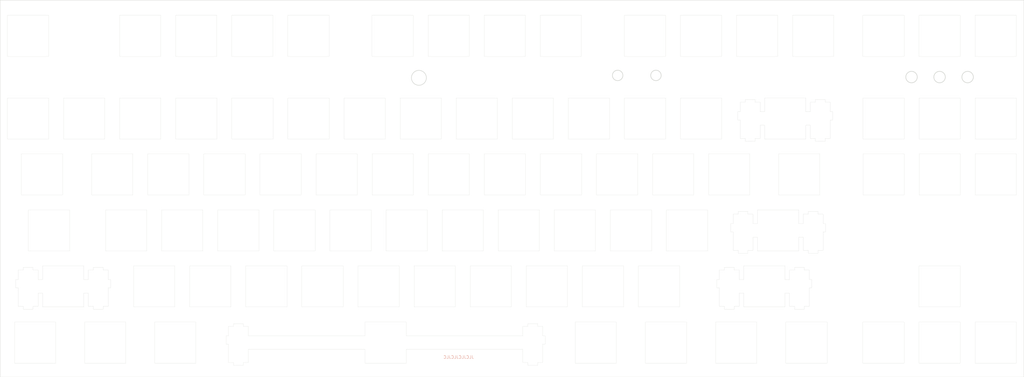
<source format=kicad_pcb>
(kicad_pcb (version 20211014) (generator pcbnew)

  (general
    (thickness 1.6)
  )

  (paper "A3")
  (layers
    (0 "F.Cu" signal)
    (31 "B.Cu" signal)
    (32 "B.Adhes" user "B.Adhesive")
    (33 "F.Adhes" user "F.Adhesive")
    (34 "B.Paste" user)
    (35 "F.Paste" user)
    (36 "B.SilkS" user "B.Silkscreen")
    (37 "F.SilkS" user "F.Silkscreen")
    (38 "B.Mask" user)
    (39 "F.Mask" user)
    (40 "Dwgs.User" user "User.Drawings")
    (41 "Cmts.User" user "User.Comments")
    (42 "Eco1.User" user "User.Eco1")
    (43 "Eco2.User" user "User.Eco2")
    (44 "Edge.Cuts" user)
    (45 "Margin" user)
    (46 "B.CrtYd" user "B.Courtyard")
    (47 "F.CrtYd" user "F.Courtyard")
  )

  (setup
    (stackup
      (layer "F.SilkS" (type "Top Silk Screen"))
      (layer "F.Paste" (type "Top Solder Paste"))
      (layer "F.Mask" (type "Top Solder Mask") (color "Black") (thickness 0.01))
      (layer "F.Cu" (type "copper") (thickness 0.035))
      (layer "dielectric 1" (type "core") (thickness 1.51) (material "FR4") (epsilon_r 4.5) (loss_tangent 0.02))
      (layer "B.Cu" (type "copper") (thickness 0.035))
      (layer "B.Mask" (type "Bottom Solder Mask") (color "Black") (thickness 0.01))
      (layer "B.Paste" (type "Bottom Solder Paste"))
      (layer "B.SilkS" (type "Bottom Silk Screen"))
      (copper_finish "None")
      (dielectric_constraints no)
    )
    (pad_to_mask_clearance 0)
    (pcbplotparams
      (layerselection 0x00010fc_ffffffff)
      (disableapertmacros false)
      (usegerberextensions false)
      (usegerberattributes true)
      (usegerberadvancedattributes true)
      (creategerberjobfile true)
      (svguseinch false)
      (svgprecision 6)
      (excludeedgelayer true)
      (plotframeref false)
      (viasonmask false)
      (mode 1)
      (useauxorigin false)
      (hpglpennumber 1)
      (hpglpenspeed 20)
      (hpglpendiameter 15.000000)
      (dxfpolygonmode true)
      (dxfimperialunits true)
      (dxfusepcbnewfont true)
      (psnegative false)
      (psa4output false)
      (plotreference true)
      (plotvalue true)
      (plotinvisibletext false)
      (sketchpadsonfab false)
      (subtractmaskfromsilk true)
      (outputformat 1)
      (mirror false)
      (drillshape 0)
      (scaleselection 1)
      (outputdirectory "plate-gerbers")
    )
  )

  (net 0 "")

  (gr_line (start 62.32008 116.8951) (end 65.6206 116.8951) (layer "Edge.Cuts") (width 0.05253) (tstamp 038b2c2e-79a5-4496-aab2-6891354d12ef))
  (gr_line (start 168.59058 149.48014) (end 154.58989 149.48014) (layer "Edge.Cuts") (width 0.0508) (tstamp 03ac3619-97d9-4bfe-931b-60c2579e8334))
  (gr_line (start 303.4438 111.09475) (end 303.4438 106.62411) (layer "Edge.Cuts") (width 0.05253) (tstamp 0461cd39-c5aa-4f79-a497-b1508562c9fb))
  (gr_line (start 114.96664 136.94971) (end 114.96664 140.18021) (layer "Edge.Cuts") (width 0.0508) (tstamp 0563f02e-0233-4867-ba4d-8e142ad75e9c))
  (gr_line (start 38.5096 131.10077) (end 38.5096 130.11935) (layer "Edge.Cuts") (width 0.05253) (tstamp 07a6efca-23e0-47b3-adf8-f989c7c4ddd0))
  (gr_line (start 213.23978 150.23154) (end 209.93884 150.23154) (layer "Edge.Cuts") (width 0.0508) (tstamp 07ac911f-727f-4870-a72f-f7ca08e0cd54))
  (gr_rect (start 109.3597 59.2582) (end 123.3551 73.2536) (layer "Edge.Cuts") (width 0.0508) (fill none) (tstamp 08cd8daf-4865-499b-9b6b-3e01e7ebbca4))
  (gr_line (start 276.6854 117.81616) (end 276.6854 116.8951) (layer "Edge.Cuts") (width 0.05253) (tstamp 09cd90fd-5dd6-4b29-8735-ee48adf89e24))
  (gr_line (start 284.66111 111.09475) (end 284.66111 112.07617) (layer "Edge.Cuts") (width 0.05253) (tstamp 0a4ab210-fa9a-4244-8e65-690a37466cc2))
  (gr_line (start 67.34628 123.84733) (end 67.34628 130.11935) (layer "Edge.Cuts") (width 0.05253) (tstamp 0a6610e2-ff4d-43d5-bbdd-2bb7b28dca57))
  (gr_line (start 108.21566 136.94971) (end 109.94071 136.94971) (layer "Edge.Cuts") (width 0.0508) (tstamp 0c445807-4602-49bf-b664-93e00d2edec0))
  (gr_rect (start 214.1093 31.1404) (end 228.1047 45.1358) (layer "Edge.Cuts") (width 0.0508) (fill none) (tstamp 0c542d90-1884-4ff8-96dd-0b8699187698))
  (gr_line (start 304.32961 63.94813) (end 305.8568 63.94813) (layer "Edge.Cuts") (width 0.05253) (tstamp 0ebdd064-1e85-46c5-8c7e-0cfc63f5c705))
  (gr_line (start 43.53738 125.64872) (end 43.53738 130.11935) (layer "Edge.Cuts") (width 0.05253) (tstamp 1080a9ba-b7db-403f-a96d-c2401d28a5ad))
  (gr_line (start 311.02145 104.82273) (end 310.19568 104.82273) (layer "Edge.Cuts") (width 0.05253) (tstamp 10b2a03c-fd97-4e0a-88e6-06a31a99d6b8))
  (gr_line (start 287.91317 111.32476) (end 287.91317 106.62412) (layer "Edge.Cuts") (width 0.05253) (tstamp 10cd124c-7fba-4f6f-83e2-564218564538))
  (gr_line (start 65.6206 116.8951) (end 65.6206 117.81615) (layer "Edge.Cuts") (width 0.05253) (tstamp 130deca4-22a5-477f-8045-67faed82fe72))
  (gr_line (start 288.79978 68.54952) (end 288.79978 73.02015) (layer "Edge.Cuts") (width 0.05253) (tstamp 1477b812-bec3-43aa-9f27-6d352003b7f0))
  (gr_line (start 113.24133 150.23154) (end 109.94071 150.23154) (layer "Edge.Cuts") (width 0.0508) (tstamp 14c48483-0e62-4458-a40a-cd11c3a7723b))
  (gr_rect (start 225.9457 135.4836) (end 239.9411 149.479) (layer "Edge.Cuts") (width 0.0508) (fill none) (tstamp 16fafcd1-ab9f-4633-8e6b-11933165b868))
  (gr_line (start 310.19568 111.09475) (end 308.47 111.09475) (layer "Edge.Cuts") (width 0.05253) (tstamp 182d5f4b-51c8-49db-b763-662c00c45dbe))
  (gr_line (start 303.7964 116.8951) (end 303.7964 117.81615) (layer "Edge.Cuts") (width 0.05253) (tstamp 191d7e33-db90-45bb-b8ef-6d35b831c313))
  (gr_line (start 274.96183 123.84734) (end 274.13553 123.84734) (layer "Edge.Cuts") (width 0.05253) (tstamp 19a423d5-f00e-4941-b1b6-bc082ad13528))
  (gr_line (start 305.52208 117.81615) (end 305.52208 121.04732) (layer "Edge.Cuts") (width 0.05253) (tstamp 19b957d7-69d6-4009-a479-3cd42dff2326))
  (gr_line (start 215.7887 142.97945) (end 214.9648 142.97945) (layer "Edge.Cuts") (width 0.0508) (tstamp 1a382d01-fcc1-4d8c-8e9b-2e32f5d9806b))
  (gr_line (start 38.5096 130.11935) (end 36.78603 130.11935) (layer "Edge.Cuts") (width 0.05253) (tstamp 1b6562dd-3b40-4077-8dc7-f8af4d54bf02))
  (gr_line (start 305.8568 60.71696) (end 307.58248 60.71696) (layer "Edge.Cuts") (width 0.05253) (tstamp 1b751c58-9e4a-4ac7-8a0a-e5e47d367466))
  (gr_line (start 298.7702 117.81616) (end 300.49588 117.81616) (layer "Edge.Cuts") (width 0.05253) (tstamp 1e9488c0-355e-44b0-9af1-c7a5dcf9c3c8))
  (gr_line (start 114.96664 140.18021) (end 154.58989 140.18021) (layer "Edge.Cuts") (width 0.0508) (tstamp 1f6ec365-c3a7-46c0-a1a6-2879eaa75be1))
  (gr_line (start 290.32617 68.54952) (end 288.79978 68.54952) (layer "Edge.Cuts") (width 0.05253) (tstamp 201a30cc-d128-4b5f-8405-b58e8fe0715a))
  (gr_rect (start 228.4095 116.3574) (end 242.4049 130.3528) (layer "Edge.Cuts") (width 0.0508) (fill none) (tstamp 20fb2bf3-bfb2-4d73-b4d8-2a31168c02e7))
  (gr_line (start 281.71318 117.81616) (end 281.71318 121.04733) (layer "Edge.Cuts") (width 0.05253) (tstamp 21f124f5-7300-4f9e-ac6d-ea1b96ffbe9d))
  (gr_rect (start 295.0845 78.2574) (end 309.0799 92.2528) (layer "Edge.Cuts") (width 0.0508) (fill none) (tstamp 23d8cd11-d458-4da2-a269-8dab09832f31))
  (gr_line (start 300.49588 131.10076) (end 300.49588 130.11935) (layer "Edge.Cuts") (width 0.05253) (tstamp 244f4b2f-dece-473e-b2fb-7858c038ae4a))
  (gr_line (start 297.24301 121.04733) (end 298.7702 121.04733) (layer "Edge.Cuts") (width 0.05253) (tstamp 24d638fc-5e48-404a-9504-661260232cfd))
  (gr_rect (start 195.1101 78.2574) (end 209.1055 92.2528) (layer "Edge.Cuts") (width 0.0508) (fill none) (tstamp 2503108e-b5de-46d5-898d-15a6e194db79))
  (gr_line (start 281.359 111.09475) (end 279.63543 111.09475) (layer "Edge.Cuts") (width 0.05253) (tstamp 269c57da-3323-4341-a483-60b0c1d83958))
  (gr_line (start 304.32961 68.54951) (end 304.32961 73.25016) (layer "Edge.Cuts") (width 0.05253) (tstamp 2866cb68-345e-4fd5-8db6-f91b7eb2ddca))
  (gr_line (start 282.04843 66.74814) (end 281.22213 66.74814) (layer "Edge.Cuts") (width 0.05253) (tstamp 287e92aa-7a41-4b9c-8ea0-8c52cd5b72a6))
  (gr_rect (start 33.1343 31.1404) (end 47.1297 45.1358) (layer "Edge.Cuts") (width 0.0508) (fill none) (tstamp 28f0ffdc-eb0c-489e-a2c0-97e7feeb2b32))
  (gr_line (start 297.24301 130.34936) (end 283.23957 130.34936) (layer "Edge.Cuts") (width 0.05253) (tstamp 29665b51-9776-4ffa-bb33-2d2fda74c0e2))
  (gr_line (start 208.21383 144.78123) (end 168.59058 144.78123) (layer "Edge.Cuts") (width 0.0508) (tstamp 2971fb20-c57a-4bbd-baa4-79344864d12c))
  (gr_line (start 303.4438 106.62411) (end 301.91661 106.62411) (layer "Edge.Cuts") (width 0.05253) (tstamp 29a0d506-2194-471e-a174-7bd04de51ae5))
  (gr_line (start 279.98751 117.81616) (end 281.71318 117.81616) (layer "Edge.Cuts") (width 0.05253) (tstamp 29c7a10d-2adc-4858-8cc4-457ef746efdd))
  (gr_line (start 287.91317 97.3205) (end 301.91661 97.3205) (layer "Edge.Cuts") (width 0.05253) (tstamp 29de086b-0ba0-413c-bd2f-348df916a200))
  (gr_line (start 278.80913 104.82274) (end 278.80913 102.02273) (layer "Edge.Cuts") (width 0.05253) (tstamp 2a3af003-3ca2-47b5-9195-c717886f2545))
  (gr_line (start 43.53738 117.81616) (end 43.53738 121.04733) (layer "Edge.Cuts") (width 0.05253) (tstamp 2b274933-8e15-458b-84ec-fcc69bdbd566))
  (gr_line (start 109.94071 136.03162) (end 113.24133 136.03162) (layer "Edge.Cuts") (width 0.0508) (tstamp 2c1bf491-afb6-4745-8164-bceb42c5991e))
  (gr_line (start 310.883 59.7959) (end 310.883 60.71695) (layer "Edge.Cuts") (width 0.05253) (tstamp 2d089dd4-b47f-43ed-baf8-0c2c4984bebe))
  (gr_line (start 310.883 60.71695) (end 312.60868 60.71695) (layer "Edge.Cuts") (width 0.05253) (tstamp 2da924c6-3112-457a-8fa2-d5a2ee204a29))
  (gr_line (start 278.80913 102.02273) (end 279.63543 102.02273) (layer "Edge.Cuts") (width 0.05253) (tstamp 2dd2df03-31d0-4fbb-b735-a92f58b50349))
  (gr_line (start 300.49588 117.81616) (end 300.49588 116.8951) (layer "Edge.Cuts") (width 0.05253) (tstamp 2de2797c-e3f7-48a1-afd9-52a8652841fd))
  (gr_line (start 62.32008 130.11935) (end 60.5944 130.11935) (layer "Edge.Cuts") (width 0.05253) (tstamp 302200b9-a6cc-47ea-b597-2f9503e402a1))
  (gr_line (start 114.96664 149.24996) (end 113.24133 149.24996) (layer "Edge.Cuts") (width 0.0508) (tstamp 302eb00d-afc0-42bb-8a31-bf09a8fbc9fc))
  (gr_line (start 312.60868 66.74813) (end 312.60868 73.02015) (layer "Edge.Cuts") (width 0.05253) (tstamp 32255c27-afe3-4608-b73a-1e4abff1ebac))
  (gr_rect (start 247.4595 116.3574) (end 261.4549 130.3528) (layer "Edge.Cuts") (width 0.0508) (fill none) (tstamp 32b18b29-4d68-4ae8-bc76-b1f254e3e8a0))
  (gr_line (start 274.96183 121.04733) (end 274.96183 117.81616) (layer "Edge.Cuts") (width 0.05253) (tstamp 33157be5-b25b-4bce-ad60-8aa4de86a435))
  (gr_rect (start 66.4845 97.3328) (end 80.4799 111.3282) (layer "Edge.Cuts") (width 0.0508) (fill none) (tstamp 33a857ae-df90-4907-a341-a0a1ba5edc87))
  (gr_rect (start 323.7103 135.4836) (end 337.7057 149.479) (layer "Edge.Cuts") (width 0.0508) (fill none) (tstamp 35914bf6-8bfa-478b-9bb9-f81548f42d07))
  (gr_rect (start 161.7345 97.3328) (end 175.7299 111.3282) (layer "Edge.Cuts") (width 0.0508) (fill none) (tstamp 37932866-3389-460b-a1bc-fc0b0e111c69))
  (gr_line (start 36.78603 123.84734) (end 35.95973 123.84734) (layer "Edge.Cuts") (width 0.05253) (tstamp 3927fb33-4369-42cc-9339-e72513828e4c))
  (gr_line (start 301.91661 111.32476) (end 287.91317 111.32476) (layer "Edge.Cuts") (width 0.05253) (tstamp 39b29ca5-db11-4b86-9b41-9aaf4fd7abd5))
  (gr_line (start 287.07411 74.00157) (end 283.772 74.00157) (layer "Edge.Cuts") (width 0.05253) (tstamp 3bb3df81-6041-45e9-aed7-9c015321905d))
  (gr_line (start 35.95973 123.84734) (end 35.95973 121.04733) (layer "Edge.Cuts") (width 0.05253) (tstamp 3c91236f-b255-4169-98c5-96eec75c6efa))
  (gr_line (start 312.60868 63.94812) (end 313.43445 63.94812) (layer "Edge.Cuts") (width 0.05253) (tstamp 3e4605a9-9d09-44f2-bce9-01303b2e95ab))
  (gr_rect (start 157.0101 78.2574) (end 171.0055 92.2528) (layer "Edge.Cuts") (width 0.0508) (fill none) (tstamp 3f3dfcb0-93da-454c-8c95-572de3fc9356))
  (gr_line (start 279.63543 98.79156) (end 281.359 98.79156) (layer "Edge.Cuts") (width 0.05253) (tstamp 401653fd-b1af-4af0-838b-f67c60ace5d9))
  (gr_line (start 108.21566 149.24996) (end 108.21566 142.97945) (layer "Edge.Cuts") (width 0.0508) (tstamp 414bd8e4-4c5b-480f-b8db-3f5d354bd0c4))
  (gr_rect (start 137.9601 78.2574) (end 151.9555 92.2528) (layer "Edge.Cuts") (width 0.0508) (fill none) (tstamp 4397e147-4dd9-4289-a078-727b47787f4d))
  (gr_line (start 107.3915 140.18021) (end 108.21566 140.18021) (layer "Edge.Cuts") (width 0.0508) (tstamp 43d63e5b-79e1-43ab-9bf2-a2c334c88653))
  (gr_line (start 305.16948 97.8705) (end 308.47 97.8705) (layer "Edge.Cuts") (width 0.05253) (tstamp 467e11a6-92d7-4628-a915-6e6be0c29157))
  (gr_line (start 308.47 111.09475) (end 308.47 112.07616) (layer "Edge.Cuts") (width 0.05253) (tstamp 46bd4ced-41e0-4ec7-bb55-1575953d7394))
  (gr_rect (start 204.6097 59.2582) (end 218.6051 73.2536) (layer "Edge.Cuts") (width 0.0508) (fill none) (tstamp 49d06449-d2da-49ce-a231-f73b3bf8f8a4))
  (gr_rect (start 218.8845 97.3328) (end 232.8799 111.3282) (layer "Edge.Cuts") (width 0.0508) (fill none) (tstamp 4b5ca51a-e5f2-4da2-994a-16fbda0eabac))
  (gr_line (start 308.47 112.07616) (end 305.16948 112.07616) (layer "Edge.Cuts") (width 0.05253) (tstamp 4c4eff94-bdd7-42f1-91d6-b3c52b58300f))
  (gr_line (start 305.52208 123.84733) (end 305.52208 130.11935) (layer "Edge.Cuts") (width 0.05253) (tstamp 4da84efd-58cc-40cd-b495-0b24cefcd29a))
  (gr_rect (start 99.8601 78.2574) (end 113.8555 92.2528) (layer "Edge.Cuts") (width 0.0508) (fill none) (tstamp 4ffc5129-6a1f-4507-853c-4003c9103ae6))
  (gr_line (start 68.17205 123.84733) (end 67.34628 123.84733) (layer "Edge.Cuts") (width 0.05253) (tstamp 50650fc5-f03d-4d4b-9065-bdb4bd723e92))
  (gr_rect (start 273.6723 135.4836) (end 287.6677 149.479) (layer "Edge.Cuts") (width 0.0508) (fill none) (tstamp 50a4b584-b974-4562-8014-7bfa53cf74ea))
  (gr_line (start 283.23957 130.34936) (end 283.23957 125.64872) (layer "Edge.Cuts") (width 0.05253) (tstamp 5219f17c-7442-4747-a5a6-ea7bb2d83cfa))
  (gr_rect (start 176.0601 78.2574) (end 190.0555 92.2528) (layer "Edge.Cuts") (width 0.0508) (fill none) (tstamp 5224b09d-ac64-40a4-8f59-e71e17843157))
  (gr_line (start 287.91317 106.62412) (end 286.38678 106.62412) (layer "Edge.Cuts") (width 0.05253) (tstamp 53968736-064c-4614-8451-f30774c67be2))
  (gr_rect (start 85.5345 97.3328) (end 99.5299 111.3282) (layer "Edge.Cuts") (width 0.0508) (fill none) (tstamp 53bf187d-d53f-4957-a9b3-615b9702bb69))
  (gr_rect (start 361.8357 59.2582) (end 375.8311 73.2536) (layer "Edge.Cuts") (width 0.0508) (fill none) (tstamp 55a7c34c-1d8a-4805-8fc0-49381a2dc7fe))
  (gr_rect (start 166.5097 59.2582) (end 180.5051 73.2536) (layer "Edge.Cuts") (width 0.0508) (fill none) (tstamp 56b9088a-a037-4795-a44c-ceb16b87f973))
  (gr_line (start 281.71318 130.11935) (end 279.98751 130.11935) (layer "Edge.Cuts") (width 0.05253) (tstamp 57727c96-01bb-401f-bcba-fcde7c1c2651))
  (gr_rect (start 128.4097 59.2582) (end 142.4051 73.2536) (layer "Edge.Cuts") (width 0.0508) (fill none) (tstamp 579c3c82-cfaf-4953-8367-e2d99e153e83))
  (gr_rect (start 323.7103 31.1404) (end 337.7057 45.1358) (layer "Edge.Cuts") (width 0.0508) (fill none) (tstamp 5805a3d4-cd77-498d-b704-4041fc797fff))
  (gr_circle (center 253.4158 51.6001) (end 255.1938 51.6001) (layer "Edge.Cuts") (width 0.2) (fill none) (tstamp 5853b708-f87a-4155-b5e0-c0cb7f3dfe24))
  (gr_line (start 305.8568 73.02015) (end 305.8568 68.54951) (layer "Edge.Cuts") (width 0.05253) (tstamp 586aee13-f733-4920-9e13-93c16d6cd2d8))
  (gr_line (start 300.49588 130.11935) (end 298.7702 130.11935) (layer "Edge.Cuts") (width 0.05253) (tstamp 58d9a8eb-3836-4124-98ab-6ea7cf54e756))
  (gr_line (start 279.63543 104.82274) (end 278.80913 104.82274) (layer "Edge.Cuts") (width 0.05253) (tstamp 5970b88f-fe5f-490c-8931-e2938f1fcb0a))
  (gr_line (start 109.94071 150.23154) (end 109.94071 149.24996) (layer "Edge.Cuts") (width 0.0508) (tstamp 5af28111-406b-4c4c-aa66-d5ce624d6463))
  (gr_line (start 41.81171 131.10077) (end 38.5096 131.10077) (layer "Edge.Cuts") (width 0.05253) (tstamp 5b1d171f-ec4f-4521-8e34-61d43ce7d694))
  (gr_line (start 283.772 74.00157) (end 283.772 73.02015) (layer "Edge.Cuts") (width 0.05253) (tstamp 5ba4eab1-b307-4f34-8166-7bc913995d45))
  (gr_line (start 279.98751 130.11935) (end 279.98751 131.10077) (layer "Edge.Cuts") (width 0.05253) (tstamp 5e2cd484-3518-444e-84a3-ff05693af9b9))
  (gr_rect (start 176.0093 31.1404) (end 190.0047 45.1358) (layer "Edge.Cuts") (width 0.0508) (fill none) (tstamp 5f999bfd-33fe-4913-b820-f4d32c5b15a2))
  (gr_line (start 284.66111 112.07617) (end 281.359 112.07617) (layer "Edge.Cuts") (width 0.05253) (tstamp 60b58b50-f9c6-4054-847f-59c70d394b14))
  (gr_line (start 215.7887 140.18021) (end 215.7887 142.97945) (layer "Edge.Cuts") (width 0.0508) (tstamp 614369eb-ba82-4fe8-8db6-6b64be7e6ccf))
  (gr_line (start 209.93884 136.03162) (end 213.23978 136.03162) (layer "Edge.Cuts") (width 0.0508) (tstamp 616bfc31-3e96-4fc0-9f70-7efa50ac9a5a))
  (gr_line (start 214.9648 140.18021) (end 215.7887 140.18021) (layer "Edge.Cuts") (width 0.0508) (tstamp 61eb297c-9197-424c-a811-9c8ac3b7ef01))
  (gr_line (start 38.5096 117.81616) (end 38.5096 116.8951) (layer "Edge.Cuts") (width 0.05253) (tstamp 6218f2c4-030e-477c-841d-97a26157a28b))
  (gr_line (start 301.91661 102.02273) (end 303.4438 102.02273) (layer "Edge.Cuts") (width 0.05253) (tstamp 6418594c-d6a2-41c0-b94e-b088f639fb40))
  (gr_line (start 303.4438 98.79156) (end 305.16948 98.79156) (layer "Edge.Cuts") (width 0.05253) (tstamp 655310f0-2da8-49a8-a1d6-74fdfa03e5ed))
  (gr_line (start 45.06377 116.3451) (end 59.06721 116.3451) (layer "Edge.Cuts") (width 0.05253) (tstamp 6585b04b-4d86-4ee0-a3b0-51f388b736f8))
  (gr_rect (start 152.2095 116.3574) (end 166.2049 130.3528) (layer "Edge.Cuts") (width 0.0508) (fill none) (tstamp 65a109c3-c884-48a6-8f7a-0d5872126323))
  (gr_line (start 67.34628 121.04732) (end 68.17205 121.04732) (layer "Edge.Cuts") (width 0.05253) (tstamp 65fa6806-5cf9-41b7-8ba1-8c9d7577ac8a))
  (gr_line (start 59.06721 125.64871) (end 59.06721 130.34936) (layer "Edge.Cuts") (width 0.05253) (tstamp 6601e24f-08c2-43af-804d-7dada2018be0))
  (gr_line (start 281.359 112.07617) (end 281.359 111.09475) (layer "Edge.Cuts") (width 0.05253) (tstamp 66042faf-7805-4de5-beb1-7c6fb01e738e))
  (gr_line (start 313.43445 66.74813) (end 312.60868 66.74813) (layer "Edge.Cuts") (width 0.05253) (tstamp 66698c15-0d76-4c55-9f58-b7d5e76a7dd4))
  (gr_circle (center 240.411 51.6001) (end 242.189 51.6001) (layer "Edge.Cuts") (width 0.2) (fill none) (tstamp 6857b5bc-368d-4763-90f5-4015b6bfaf26))
  (gr_rect (start 190.3095 116.3574) (end 204.3049 130.3528) (layer "Edge.Cuts") (width 0.0508) (fill none) (tstamp 6922e343-d02e-4cb3-89ed-2308d57ccbf9))
  (gr_line (start 307.58248 59.7959) (end 310.883 59.7959) (layer "Edge.Cuts") (width 0.05253) (tstamp 6ac357fe-ad72-4c6a-984a-ea22cd448f87))
  (gr_line (start 154.58989 149.48014) (end 154.58989 144.78123) (layer "Edge.Cuts") (width 0.0508) (tstamp 6bbc8099-377c-4934-9dff-1bf496fddba5))
  (gr_rect (start 323.7357 59.2582) (end 337.7311 73.2536) (layer "Edge.Cuts") (width 0.0508) (fill none) (tstamp 6bf315a4-b988-4436-86e0-a48c0922513d))
  (gr_line (start 288.79978 73.02015) (end 287.07411 73.02015) (layer "Edge.Cuts") (width 0.05253) (tstamp 6d0e0d64-a66b-48fe-b17e-18a13696f046))
  (gr_line (start 281.22213 66.74814) (end 281.22213 63.94813) (layer "Edge.Cuts") (width 0.05253) (tstamp 6d424e72-8102-4f48-9c75-ee973aba053a))
  (gr_line (start 45.06377 121.04733) (end 45.06377 116.3451) (layer "Edge.Cuts") (width 0.05253) (tstamp 6dfa806e-9879-4717-8d49-3ab581eb8851))
  (gr_rect (start 123.6345 97.3328) (end 137.6299 111.3282) (layer "Edge.Cuts") (width 0.0508) (fill none) (tstamp 6f3f131b-37b3-4eb6-86b1-bb43b9bca8bb))
  (gr_line (start 59.06721 121.04733) (end 60.5944 121.04733) (layer "Edge.Cuts") (width 0.05253) (tstamp 70f83c8b-b883-47ef-a5d9-bd57c0fc4999))
  (gr_line (start 68.17205 121.04732) (end 68.17205 123.84733) (layer "Edge.Cuts") (width 0.05253) (tstamp 71ba972b-3985-494c-9f9a-0fa0ceaa3b7d))
  (gr_line (start 41.81171 117.81616) (end 43.53738 117.81616) (layer "Edge.Cuts") (width 0.05253) (tstamp 73a2e4c3-c330-4ec6-a421-62608fe6729a))
  (gr_line (start 113.24133 149.24996) (end 113.24133 150.23154) (layer "Edge.Cuts") (width 0.0508) (tstamp 762ae213-86fe-41de-9162-474c0ead5c94))
  (gr_line (start 62.32008 131.10076) (end 62.32008 130.11935) (layer "Edge.Cuts") (width 0.05253) (tstamp 788846e2-80b6-4824-bd23-fb5c4a1b8981))
  (gr_rect (start 61.7601 78.2574) (end 75.7555 92.2528) (layer "Edge.Cuts") (width 0.0508) (fill none) (tstamp 795b34d1-cf51-4ee9-8637-70f81511de2c))
  (gr_line (start 276.6854 130.11935) (end 274.96183 130.11935) (layer "Edge.Cuts") (width 0.05253) (tstamp 796bd625-10fc-4e92-b867-d302be7f066e))
  (gr_line (start 306.34785 123.84733) (end 305.52208 123.84733) (layer "Edge.Cuts") (width 0.05253) (tstamp 7a0431d4-7b25-43de-bd3e-ce1c9d55f49d))
  (gr_line (start 65.6206 131.10076) (end 62.32008 131.10076) (layer "Edge.Cuts") (width 0.05253) (tstamp 7a8418ae-2bdf-428f-ad3e-69685602dd6e))
  (gr_line (start 310.19568 102.02272) (end 311.02145 102.02272) (layer "Edge.Cuts") (width 0.05253) (tstamp 7ac40aff-cbef-413f-b52c-c6a20977b469))
  (gr_line (start 300.49588 116.8951) (end 303.7964 116.8951) (layer "Edge.Cuts") (width 0.05253) (tstamp 7c475c19-b51b-4785-94af-a471c283b5cd))
  (gr_line (start 168.59058 140.18021) (end 208.21382 140.18021) (layer "Edge.Cuts") (width 0.0508) (tstamp 7cb65c28-1fb5-45dc-adc0-7453381ed922))
  (gr_line (start 283.772 60.71696) (end 283.772 59.7959) (layer "Edge.Cuts") (width 0.05253) (tstamp 7d018dd6-adaf-4fe0-8a19-402ac07f9992))
  (gr_line (start 307.58248 73.02015) (end 305.8568 73.02015) (layer "Edge.Cuts") (width 0.05253) (tstamp 7d6d07ba-513f-4340-b6a6-2b0e2cf39129))
  (gr_line (start 282.04843 60.71696) (end 283.772 60.71696) (layer "Edge.Cuts") (width 0.05253) (tstamp 7d9e8e2a-e7e3-4e3a-a6a7-947841fd9300))
  (gr_line (start 107.3915 142.97945) (end 107.3915 140.18021) (layer "Edge.Cuts") (width 0.0508) (tstamp 8091c5ed-376b-491a-8b82-a8fb57afff67))
  (gr_rect (start 59.3725 135.4836) (end 73.3679 149.479) (layer "Edge.Cuts") (width 0.0508) (fill none) (tstamp 80a5a623-c8e6-4ae7-aff0-dcd39779701f))
  (gr_circle (center 340.233 52.1589) (end 342.18287 52.1589) (layer "Edge.Cuts") (width 0.2) (fill none) (tstamp 80ae5f7b-0a21-450f-a0c6-6064e65e03f2))
  (gr_line (start 297.24301 125.64871) (end 297.24301 130.34936) (layer "Edge.Cuts") (width 0.05253) (tstamp 81eb4a39-a6f0-45e1-a635-354e9258e4a8))
  (gr_rect (start 104.5845 97.3328) (end 118.5799 111.3282) (layer "Edge.Cuts") (width 0.0508) (fill none) (tstamp 82274377-8122-4bbd-a5fd-dbec9529809b))
  (gr_line (start 312.60868 60.71695) (end 312.60868 63.94812) (layer "Edge.Cuts") (width 0.05253) (tstamp 854ed206-1522-4723-b220-70bb22781569))
  (gr_rect (start 280.7843 31.1404) (end 294.7797 45.1358) (layer "Edge.Cuts") (width 0.0508) (fill none) (tstamp 857b2bca-cff7-490e-afce-4a9c1709015c))
  (gr_line (start 59.06721 130.34936) (end 45.06377 130.34936) (layer "Edge.Cuts") (width 0.05253) (tstamp 8629d429-5c72-486f-8e79-dffeac4defcc))
  (gr_line (start 274.13553 123.84734) (end 274.13553 121.04733) (layer "Edge.Cuts") (width 0.05253) (tstamp 864a2ede-9d8d-4a48-aa70-bfa7013e75c8))
  (gr_line (start 305.8568 68.54951) (end 304.32961 68.54951) (layer "Edge.Cuts") (width 0.05253) (tstamp 865a2277-a3dd-4648-928d-e41e390c65c4))
  (gr_rect (start 252.2601 78.2574) (end 266.2555 92.2528) (layer "Edge.Cuts") (width 0.0508) (fill none) (tstamp 875f46d2-1401-4e36-a604-73b4b98ad05c))
  (gr_rect (start 71.2597 59.2582) (end 85.2551 73.2536) (layer "Edge.Cuts") (width 0.0508) (fill none) (tstamp 87e7442e-8280-4eef-93da-e626cf3eaee9))
  (gr_rect (start 114.1095 116.3574) (end 128.1049 130.3528) (layer "Edge.Cuts") (width 0.0508) (fill none) (tstamp 883de846-23b4-40d1-93fd-ba88c69dfcca))
  (gr_line (start 310.883 73.02015) (end 310.883 74.00156) (layer "Edge.Cuts") (width 0.05253) (tstamp 896f6901-0381-4862-bf5d-7f594fcc4452))
  (gr_line (start 109.94071 136.94971) (end 109.94071 136.03162) (layer "Edge.Cuts") (width 0.0508) (tstamp 8ae2f15c-9228-4e52-a6e9-28f63d95cc23))
  (gr_rect (start 80.8101 78.2574) (end 94.8055 92.2528) (layer "Edge.Cuts") (width 0.0508) (fill none) (tstamp 8c5179d6-aa03-4b25-b88c-4125facf0b47))
  (gr_line (start 36.78603 117.81616) (end 38.5096 117.81616) (layer "Edge.Cuts") (width 0.05253) (tstamp 8caba31f-e0f6-49ec-9daa-db94e7e2f3c8))
  (gr_line (start 286.38678 111.09475) (end 284.66111 111.09475) (layer "Edge.Cuts") (width 0.05253) (tstamp 8d3f9edb-bdfb-415d-bd37-c25155ffd91f))
  (gr_circle (center 349.758 52.1589) (end 351.70787 52.1589) (layer "Edge.Cuts") (width 0.2) (fill none) (tstamp 8dd0322c-4073-4b18-956a-2ac79f934197))
  (gr_rect (start 195.0593 31.1404) (end 209.0547 45.1358) (layer "Edge.Cuts") (width 0.0508) (fill none) (tstamp 8ff07417-a5b3-45e6-95e5-aefb91e8f8b8))
  (gr_rect (start 95.0595 116.3574) (end 109.0549 130.3528) (layer "Edge.Cuts") (width 0.0508) (fill none) (tstamp 9061362e-f35c-41d9-ad6b-72cab8217a62))
  (gr_line (start 43.53738 130.11935) (end 41.81171 130.11935) (layer "Edge.Cuts") (width 0.05253) (tstamp 90f6de22-1809-4e08-a28a-cfd23a891fba))
  (gr_line (start 310.19568 104.82273) (end 310.19568 111.09475) (layer "Edge.Cuts") (width 0.05253) (tstamp 93344782-ef58-47e1-8298-5c3aa26cbe0f))
  (gr_line (start 290.32617 73.25016) (end 290.32617 68.54952) (layer "Edge.Cuts") (width 0.05253) (tstamp 93a8281d-5023-44bf-aa29-abca5b18f870))
  (gr_rect (start 76.0095 116.3574) (end 90.0049 130.3528) (layer "Edge.Cuts") (width 0.0508) (fill none) (tstamp 93c5e32a-a390-4500-b039-3c72ad3ada42))
  (gr_line (start 208.21382 136.94971) (end 209.93884 136.94971) (layer "Edge.Cuts") (width 0.0508) (tstamp 957dc9d9-a12b-4746-9654-04bd13cc3321))
  (gr_rect (start 361.8103 31.1404) (end 375.8057 45.1358) (layer "Edge.Cuts") (width 0.0508) (fill none) (tstamp 95a005f2-1446-4f8a-b12d-c8a43cb1e889))
  (gr_line (start 41.81171 116.8951) (end 41.81171 117.81616) (layer "Edge.Cuts") (width 0.05253) (tstamp 9614f5d3-c75c-41b4-8937-b29699beaced))
  (gr_line (start 297.24301 116.3451) (end 297.24301 121.04733) (layer "Edge.Cuts") (width 0.05253) (tstamp 96b684d4-2cc3-4129-b80d-8457b10f26e2))
  (gr_line (start 288.79978 63.94813) (end 290.32617 63.94813) (layer "Edge.Cuts") (width 0.05253) (tstamp 98bcd63d-f853-49a8-aeb8-e8d670351b0a))
  (gr_line (start 303.7964 117.81615) (end 305.52208 117.81615) (layer "Edge.Cuts") (width 0.05253) (tstamp 98ed4639-3ac8-4ce6-8e83-a56bf6060f9c))
  (gr_line (start 282.04843 63.94813) (end 282.04843 60.71696) (layer "Edge.Cuts") (width 0.05253) (tstamp 992dbe93-6df7-43b4-8817-2375689b3da0))
  (gr_rect (start 323.7611 78.2574) (end 337.7565 92.2528) (layer "Edge.Cuts") (width 0.0508) (fill none) (tstamp 9a6721ae-013f-402c-a846-ecb5c14b57fe))
  (gr_rect (start 90.2843 31.1404) (end 104.2797 45.1358) (layer "Edge.Cuts") (width 0.0508) (fill none) (tstamp 9ac9dd8e-1617-4d44-8c26-7bbf5244fba2))
  (gr_line (start 41.81171 130.11935) (end 41.81171 131.10077) (layer "Edge.Cuts") (width 0.05253) (tstamp 9b0775ae-cdbd-4cd4-95be-31a553a613d9))
  (gr_rect (start 342.7603 135.4836) (end 356.7557 149.479) (layer "Edge.Cuts") (width 0.0508) (fill none) (tstamp 9b967d41-ad0a-4f15-a7e8-553b3e95d1e5))
  (gr_line (start 286.38678 106.62412) (end 286.38678 111.09475) (layer "Edge.Cuts") (width 0.05253) (tstamp 9d7ddb5c-a0cd-49c2-a24e-b22755fde6ec))
  (gr_line (start 305.16948 98.79156) (end 305.16948 97.8705) (layer "Edge.Cuts") (width 0.05253) (tstamp 9f79828e-fd22-44ed-a95c-a99a437c12d5))
  (gr_rect (start 342.7603 31.1404) (end 356.7557 45.1358) (layer "Edge.Cuts") (width 0.0508) (fill none) (tstamp a03d8147-214b-47e2-a45e-901c49a20dd7))
  (gr_rect (start 133.1595 116.3574) (end 147.1549 130.3528) (layer "Edge.Cuts") (width 0.0508) (fill none) (tstamp a06d4cf2-e9a3-4ded-b676-eb5f2eb0743a))
  (gr_line (start 304.32961 59.2459) (end 304.32961 63.94813) (layer "Edge.Cuts") (width 0.05253) (tstamp a07fb494-8c07-4f06-ba01-44d1749b17c9))
  (gr_line (start 274.96183 130.11935) (end 274.96183 123.84734) (layer "Edge.Cuts") (width 0.05253) (tstamp a1f21651-bf1e-4d5c-88b3-4b96586cdb49))
  (gr_rect (start 128.3843 31.1404) (end 142.3797 45.1358) (layer "Edge.Cuts") (width 0.0508) (fill none) (tstamp a23367e4-3977-4bc9-ba09-894e022b2388))
  (gr_line (start 283.23957 121.04733) (end 283.23957 116.3451) (layer "Edge.Cuts") (width 0.05253) (tstamp a38943e8-37ce-44b6-8ee2-158513611215))
  (gr_rect (start 342.8111 78.2574) (end 356.8065 92.2528) (layer "Edge.Cuts") (width 0.0508) (fill none) (tstamp a38c3ac5-de1a-4aec-a688-eb7b386a8508))
  (gr_line (start 283.772 73.02015) (end 282.04843 73.02015) (layer "Edge.Cuts") (width 0.05253) (tstamp a40ad82c-5d44-4fd2-be86-85c9178ba400))
  (gr_line (start 298.7702 130.11935) (end 298.7702 125.64871) (layer "Edge.Cuts") (width 0.05253) (tstamp a50bf8e0-7a2a-4ddc-b794-01b30ec97b6a))
  (gr_rect (start 233.2101 78.2574) (end 247.2055 92.2528) (layer "Edge.Cuts") (width 0.0508) (fill none) (tstamp a54c92e1-9b48-4ff6-a278-3acdbe10c5cf))
  (gr_rect (start 35.5473 135.4836) (end 49.5427 149.479) (layer "Edge.Cuts") (width 0.0508) (fill none) (tstamp a5a5b8d4-efd8-4d05-a222-addf1aa6a60a))
  (gr_line (start 154.58989 135.4813) (end 168.59058 135.4813) (layer "Edge.Cuts") (width 0.0508) (tstamp a64a96d6-09e3-420f-83b6-84d0e6ab5ba1))
  (gr_line (start 276.6854 131.10077) (end 276.6854 130.11935) (layer "Edge.Cuts") (width 0.05253) (tstamp a6bae077-5109-4e99-a204-9d38e4efdc68))
  (gr_line (start 154.58989 140.18021) (end 154.58989 135.4813) (layer "Edge.Cuts") (width 0.0508) (tstamp a6caee46-7632-4bd4-a0d8-cd228b1142b1))
  (gr_line (start 290.32617 63.94813) (end 290.32617 59.2459) (layer "Edge.Cuts") (width 0.05253) (tstamp a701a2d3-f890-4537-932d-2353693206d6))
  (gr_circle (center 172.8978 52.4129) (end 175.4378 52.4129) (layer "Edge.Cuts") (width 0.1778) (fill none) (tstamp a8024ed3-07c7-4edd-8c60-973ca3b49f0c))
  (gr_rect (start 242.7097 59.2582) (end 256.7051 73.2536) (layer "Edge.Cuts") (width 0.0508) (fill none) (tstamp a886bb20-5a0b-4b5b-8751-31ba8d3be45a))
  (gr_line (start 114.96664 144.78123) (end 114.96664 149.24996) (layer "Edge.Cuts") (width 0.0508) (tstamp a9d7fbea-edec-414f-b1f3-99c3c729cdc9))
  (gr_line (start 274.13553 121.04733) (end 274.96183 121.04733) (layer "Edge.Cuts") (width 0.05253) (tstamp aa42459c-6041-450b-bccc-6deabd0323e8))
  (gr_line (start 113.24133 136.94971) (end 114.96664 136.94971) (layer "Edge.Cuts") (width 0.0508) (tstamp aab95745-3db2-486a-b15b-6336fab57ca2))
  (gr_line (start 305.16948 111.09475) (end 303.4438 111.09475) (layer "Edge.Cuts") (width 0.05253) (tstamp aac2d9ec-f373-4228-9d70-1e356807635c))
  (gr_rect (start 109.3343 31.1404) (end 123.3297 45.1358) (layer "Edge.Cuts") (width 0.0508) (fill none) (tstamp aaf1cd80-0e8f-4882-90df-f015c655eefb))
  (gr_line (start 67.34628 117.81615) (end 67.34628 121.04732) (layer "Edge.Cuts") (width 0.05253) (tstamp ab9922ed-b511-4069-9682-911ad134cb06))
  (gr_line (start 287.07411 59.7959) (end 287.07411 60.71696) (layer "Edge.Cuts") (width 0.05253) (tstamp ad77ab6c-3103-4624-b819-bca030978c70))
  (gr_rect (start 261.7597 59.2582) (end 275.7551 73.2536) (layer "Edge.Cuts") (width 0.0508) (fill none) (tstamp aefd9675-b997-46d9-b6f5-15320ce3dae9))
  (gr_line (start 287.91317 102.02273) (end 287.91317 97.3205) (layer "Edge.Cuts") (width 0.05253) (tstamp b1f13289-3666-421e-99e3-d9856faa0a2c))
  (gr_line (start 65.6206 117.81615) (end 67.34628 117.81615) (layer "Edge.Cuts") (width 0.05253) (tstamp b2009658-6a0a-4754-9a06-08eddceef904))
  (gr_line (start 108.21566 140.18021) (end 108.21566 136.94971) (layer "Edge.Cuts") (width 0.0508) (tstamp b21873a1-1064-4944-929c-4a1ed0abd6c0))
  (gr_rect (start 209.3595 116.3574) (end 223.3549 130.3528) (layer "Edge.Cuts") (width 0.0508) (fill none) (tstamp b3095f7c-b1fa-44a0-8118-fc87f916d068))
  (gr_line (start 154.58989 144.78123) (end 114.96664 144.78123) (layer "Edge.Cuts") (width 0.0508) (tstamp b3a94f4a-f639-412a-a05a-936780503d78))
  (gr_line (start 310.19568 98.79155) (end 310.19568 102.02272) (layer "Edge.Cuts") (width 0.05253) (tstamp b4723d5b-cbdc-4255-b529-8230effdc76f))
  (gr_line (start 213.23978 149.24996) (end 213.23978 150.23154) (layer "Edge.Cuts") (width 0.0508) (tstamp b4c51828-8edf-41fa-a87d-2222453ddd5c))
  (gr_line (start 290.32617 59.2459) (end 304.32961 59.2459) (layer "Edge.Cuts") (width 0.05253) (tstamp b502aee2-5ae3-42c2-a79d-7c4757ceaf6d))
  (gr_line (start 308.47 97.8705) (end 308.47 98.79155) (layer "Edge.Cuts") (width 0.05253) (tstamp b527a02e-373b-4139-811a-de87a282c6bd))
  (gr_line (start 307.58248 74.00156) (end 307.58248 73.02015) (layer "Edge.Cuts") (width 0.05253) (tstamp b5478e50-3764-431c-a916-9ac47b701297))
  (gr_line (start 283.772 59.7959) (end 287.07411 59.7959) (layer "Edge.Cuts") (width 0.05253) (tstamp b553e2b2-9821-4dbc-a3e1-8a7534a75234))
  (gr_line (start 209.93884 149.24996) (end 208.21383 149.24996) (layer "Edge.Cuts") (width 0.0508) (tstamp b5927981-4b21-4e81-89fb-6f2958a7e744))
  (gr_line (start 168.59058 135.4813) (end 168.59058 140.18021) (layer "Edge.Cuts") (width 0.0508) (tstamp b5cda1ec-3e50-4bf0-8c82-a74a4925be9a))
  (gr_line (start 35.95973 121.04733) (end 36.78603 121.04733) (layer "Edge.Cuts") (width 0.05253) (tstamp b6ae12d0-30cb-4dff-8622-79e2d5841da5))
  (gr_rect (start 90.3097 59.2582) (end 104.3051 73.2536) (layer "Edge.Cuts") (width 0.0508) (fill none) (tstamp b6e6f757-943c-404d-a22a-5661ff3a408b))
  (gr_line (start 213.23978 136.03162) (end 213.23978 136.94971) (layer "Edge.Cuts") (width 0.0508) (tstamp b7243544-151d-46f0-a788-a15ce218e02d))
  (gr_line (start 279.98751 131.10077) (end 276.6854 131.10077) (layer "Edge.Cuts") (width 0.05253) (tstamp b928f7a1-b696-4d18-95c5-fa6a5705d3a2))
  (gr_line (start 208.21383 149.24996) (end 208.21383 144.78123) (layer "Edge.Cuts") (width 0.0508) (tstamp bb0dff9f-7c5c-44d1-b7a2-fa7366e4ec79))
  (gr_line (start 62.32008 117.81616) (end 62.32008 116.8951) (layer "Edge.Cuts") (width 0.05253) (tstamp bbdc38c8-9a2e-4cfd-b6ad-ad47215c7854))
  (gr_rect (start 147.4597 59.2582) (end 161.4551 73.2536) (layer "Edge.Cuts") (width 0.0508) (fill none) (tstamp bc9d05da-f48f-4521-913a-4881da45048c))
  (gr_rect (start 142.6845 97.3328) (end 156.6799 111.3282) (layer "Edge.Cuts") (width 0.0508) (fill none) (tstamp bc9dfe0a-ca68-4d08-8a70-5058260d16e8))
  (gr_line (start 36.78603 130.11935) (end 36.78603 123.84734) (layer "Edge.Cuts") (width 0.05253) (tstamp bccdcf05-6d73-4b84-ad04-c5ec96e4a271))
  (gr_line (start 209.93884 136.94971) (end 209.93884 136.03162) (layer "Edge.Cuts") (width 0.0508) (tstamp bd6d41c0-e9e6-42c5-a414-e16c6170f6a6))
  (gr_rect (start 52.2097 59.2582) (end 66.2051 73.2536) (layer "Edge.Cuts") (width 0.0508) (fill none) (tstamp bdae8330-27ef-4411-b6f3-a2ab72b40c54))
  (gr_line (start 214.9648 142.97945) (end 214.9648 149.24996) (layer "Edge.Cuts") (width 0.0508) (tstamp bed058e4-a39a-4e0a-a50d-70a741f0106a))
  (gr_circle (center 359.283 52.1589) (end 361.23287 52.1589) (layer "Edge.Cuts") (width 0.2) (fill none) (tstamp bf4925d1-25ba-428b-a938-98976e298676))
  (gr_line (start 109.94071 149.24996) (end 108.21566 149.24996) (layer "Edge.Cuts") (width 0.0508) (tstamp bf4a5cdd-7f53-4307-8264-f21452684f8f))
  (gr_line (start 60.5944 117.81616) (end 62.32008 117.81616) (layer "Edge.Cuts") (width 0.05253) (tstamp bf750988-fc27-488f-9dd8-008f6c299cc9))
  (gr_line (start 108.21566 142.97945) (end 107.3915 142.97945) (layer "Edge.Cuts") (width 0.0508) (tstamp bffe2ef0-3315-4b73-8f7c-99df76055423))
  (gr_line (start 38.5096 116.8951) (end 41.81171 116.8951) (layer "Edge.Cuts") (width 0.05253) (tstamp c2086cca-33cc-4e6c-9bf9-cf2aa8c4f70a))
  (gr_rect (start 361.8611 78.2574) (end 375.8565 92.2528) (layer "Edge.Cuts") (width 0.0508) (fill none) (tstamp c26d2d6c-be70-446d-8713-c5ade01a22ba))
  (gr_rect (start 40.2717 97.3328) (end 54.2671 111.3282) (layer "Edge.Cuts") (width 0.0508) (fill none) (tstamp c2be63e8-014d-4bed-9a77-58d5cdde86ce))
  (gr_line (start 113.24133 136.03162) (end 113.24133 136.94971) (layer "Edge.Cuts") (width 0.0508) (tstamp c58d7999-5aa3-4d5b-be9a-1a2a86a02bc5))
  (gr_line (start 305.8568 63.94813) (end 305.8568 60.71696) (layer "Edge.Cuts") (width 0.05253) (tstamp c6ae8c95-93b5-4158-b4e6-a4e14d3b0750))
  (gr_line (start 274.96183 117.81616) (end 276.6854 117.81616) (layer "Edge.Cuts") (width 0.05253) (tstamp c6b1405e-62b9-43c0-a9d3-fb39926fa8d5))
  (gr_line (start 301.91661 106.62411) (end 301.91661 111.32476) (layer "Edge.Cuts") (width 0.05253) (tstamp c70e9bd2-27b2-4a63-acf5-9736d6443249))
  (gr_rect (start 361.8103 135.4836) (end 375.8057 149.479) (layer "Edge.Cuts") (width 0.0508) (fill none) (tstamp c814d2b2-c037-4f37-9c06-267dd0148a9d))
  (gr_line (start 281.359 98.79156) (end 281.359 97.8705) (layer "Edge.Cuts") (width 0.05253) (tstamp c991d665-1c54-4d27-b0ad-d43244c0349d))
  (gr_line (start 282.04843 73.02015) (end 282.04843 66.74814) (layer "Edge.Cuts") (width 0.05253) (tstamp cbd2d97c-3745-4be6-bcc8-546e9969439a))
  (gr_rect (start 171.2595 116.3574) (end 185.2549 130.3528) (layer "Edge.Cuts") (width 0.0508) (fill none) (tstamp cc1645b2-fd46-41f1-b346-211e3df2a1df))
  (gr_rect (start 271.3101 78.2574) (end 285.3055 92.2528) (layer "Edge.Cuts") (width 0.0508) (fill none) (tstamp cd5da36e-085b-4767-a6aa-a6046143e63b))
  (gr_line (start 208.21382 140.18021) (end 208.21382 136.94971) (layer "Edge.Cuts") (width 0.0508) (tstamp ce31fc7a-46ab-4711-9316-7edf112f4203))
  (gr_line (start 311.02145 102.02272) (end 311.02145 104.82273) (layer "Edge.Cuts") (width 0.05253) (tstamp cfb71bd8-3cc8-45e5-8ec1-5470581d8761))
  (gr_line (start 304.32961 73.25016) (end 290.32617 73.25016) (layer "Edge.Cuts") (width 0.05253) (tstamp cfbc6272-df0e-4b52-b1e0-8a5b739e2b47))
  (gr_rect (start 261.7343 31.1404) (end 275.7297 45.1358) (layer "Edge.Cuts") (width 0.0508) (fill none) (tstamp d057c385-8408-44dc-91a7-a01116dddd76))
  (gr_line (start 67.34628 130.11935) (end 65.6206 130.11935) (layer "Edge.Cuts") (width 0.05253) (tstamp d2fdf125-2a9b-4e44-b343-1090213e0e25))
  (gr_line (start 36.78603 121.04733) (end 36.78603 117.81616) (layer "Edge.Cuts") (width 0.05253) (tstamp d31368d7-4fb0-4451-9bde-af4c54cbd46a))
  (gr_line (start 305.52208 130.11935) (end 303.7964 130.11935) (layer "Edge.Cuts") (width 0.05253) (tstamp d338e0e5-dc6a-4347-813b-05d0f53b7c2e))
  (gr_line (start 284.66111 98.79156) (end 286.38678 98.79156) (layer "Edge.Cuts") (width 0.05253) (tstamp d355b9f5-9bbf-4d86-9174-c8ad5b13632c))
  (gr_line (start 213.23978 136.94971) (end 214.9648 136.94971) (layer "Edge.Cuts") (width 0.0508) (tstamp d4399a8a-ad98-4096-928e-2d1e5dd4d7b1))
  (gr_line (start 168.59058 144.78123) (end 168.59058 149.48014) (layer "Edge.Cuts") (width 0.0508) (tstamp d47b882e-15f7-46f5-b808-3b779da440af))
  (gr_line (start 60.5944 125.64871) (end 59.06721 125.64871) (layer "Edge.Cuts") (width 0.05253) (tstamp d53b47c6-3141-44e2-993c-6a6f9449df92))
  (gr_line (start 45.06377 130.34936) (end 45.06377 125.64872) (layer "Edge.Cuts") (width 0.05253) (tstamp d65238f3-4afe-48f5-bfd9-338ce42e940c))
  (gr_line (start 286.38678 102.02273) (end 287.91317 102.02273) (layer "Edge.Cuts") (width 0.05253) (tstamp d686a0cb-53c0-4c28-80c7-aee3bd3b8209))
  (gr_rect (start 299.8343 31.1404) (end 313.8297 45.1358) (layer "Edge.Cuts") (width 0.0508) (fill none) (tstamp d6c0d2ed-4f81-40b6-996e-0c33c747131d))
  (gr_rect (start 30.6578 25.9969) (end 378.4092 154.1907) (layer "Edge.Cuts") (width 0.1) (fill none) (tstamp d76a50ee-17d2-4c51-a979-30c226611bb9))
  (gr_line (start 286.38678 98.79156) (end 286.38678 102.02273) (layer "Edge.Cuts") (width 0.05253) (tstamp d8571f95-42b4-4963-acb8-418d59d2c923))
  (gr_line (start 276.6854 116.8951) (end 279.98751 116.8951) (layer "Edge.Cuts") (width 0.05253) (tstamp d8836dc7-7932-43bb-8d9e-bbbee5a06abe))
  (gr_line (start 303.4438 102.02273) (end 303.4438 98.79156) (layer "Edge.Cuts") (width 0.05253) (tstamp d8d5f84e-5c82-4175-bd88-91f7a4e67f00))
  (gr_rect (start 180.7845 97.3328) (end 194.7799 111.3282) (layer "Edge.Cuts") (width 0.0508) (fill none) (tstamp d9b783e5-a03e-418d-9f0b-dd0986a4bab6))
  (gr_rect (start 297.5483 135.4836) (end 311.5437 149.479) (layer "Edge.Cuts") (width 0.0508) (fill none) (tstamp daa0023b-8201-40da-98e6-01bc405de99d))
  (gr_rect (start 342.7603 116.3574) (end 356.7557 130.3528) (layer "Edge.Cuts") (width 0.0508) (fill none) (tstamp db523c29-ec97-4891-956a-92202d1691e3))
  (gr_line (start 313.43445 63.94812) (end 313.43445 66.74813) (layer "Edge.Cuts") (width 0.05253) (tstamp dc02b56d-8b8a-486d-adc7-ab189c1ec6a1))
  (gr_rect (start 37.8841 78.2574) (end 51.8795 92.2528) (layer "Edge.Cuts") (width 0.0508) (fill none) (tstamp dcc923b1-1e3b-4f89-8dbd-9efeed1c083b))
  (gr_line (start 59.06721 116.3451) (end 59.06721 121.04733) (layer "Edge.Cuts") (width 0.05253) (tstamp dcf8e570-df21-4855-b9d4-711d390d25f4))
  (gr_rect (start 83.1723 135.4836) (end 97.1677 149.479) (layer "Edge.Cuts") (width 0.0508) (fill none) (tstamp ddb55371-191c-4c4d-a6b2-caf45fb2bb1f))
  (gr_line (start 214.9648 149.24996) (end 213.23978 149.24996) (layer "Edge.Cuts") (width 0.0508) (tstamp ddff7fe5-b323-40ac-b704-c2382feea6d2))
  (gr_line (start 279.98751 116.8951) (end 279.98751 117.81616) (layer "Edge.Cuts") (width 0.05253) (tstamp e217dd08-86c6-49e6-b468-d589029f73c6))
  (gr_line (start 312.60868 73.02015) (end 310.883 73.02015) (layer "Edge.Cuts") (width 0.05253) (tstamp e2730b61-ca41-4934-b870-eee4b8d9a47f))
  (gr_line (start 308.47 98.79155) (end 310.19568 98.79155) (layer "Edge.Cuts") (width 0.05253) (tstamp e2d1d9f1-1a23-4c91-bed2-969c0828672d))
  (gr_line (start 298.7702 121.04733) (end 298.7702 117.81616) (layer "Edge.Cuts") (width 0.05253) (tstamp e31921f1-e585-44b8-9194-a58bdec6fc6b))
  (gr_rect (start 242.6843 31.1404) (end 256.6797 45.1358) (layer "Edge.Cuts") (width 0.0508) (fill none) (tstamp e3e68b57-614f-4537-8471-dfde84afe4e0))
  (gr_rect (start 199.8345 97.3328) (end 213.8299 111.3282) (layer "Edge.Cuts") (width 0.0508) (fill none) (tstamp e5c9dfa7-5747-4cd3-993a-927d1c7d53bf))
  (gr_rect (start 33.1343 59.2582) (end 47.1297 73.2536) (layer "Edge.Cuts") (width 0.0508) (fill none) (tstamp e65e297c-ca50-407b-9916-448b05f38146))
  (gr_line (start 287.07411 73.02015) (end 287.07411 74.00157) (layer "Edge.Cuts") (width 0.05253) (tstamp e7a955e7-a071-4138-bed2-d727a412cdc6))
  (gr_rect (start 249.8217 135.4836) (end 263.8171 149.479) (layer "Edge.Cuts") (width 0.0508) (fill none) (tstamp e8d5ff29-d78a-4d11-b084-07f9a15db483))
  (gr_line (start 45.06377 125.64872) (end 43.53738 125.64872) (layer "Edge.Cuts") (width 0.05253) (tstamp e90561aa-c142-4bd7-9d01-2eacb452f687))
  (gr_rect (start 118.9101 78.2574) (end 132.9055 92.2528) (layer "Edge.Cuts") (width 0.0508) (fill none) (tstamp ea6e1f05-e823-4d71-9fff-ce7df238a62f))
  (gr_rect (start 214.1601 78.2574) (end 228.1555 92.2528) (layer "Edge.Cuts") (width 0.0508) (fill none) (tstamp eb6d3627-0d07-4a5d-87e8-39a052c99156))
  (gr_line (start 281.22213 63.94813) (end 282.04843 63.94813) (layer "Edge.Cuts") (width 0.05253) (tstamp eb91c27b-be88-49a0-a38b-42a25b148df1))
  (gr_line (start 287.07411 60.71696) (end 288.79978 60.71696) (layer "Edge.Cuts") (width 0.05253) (tstamp eba557a3-21a9-4ad6-a802-8451679c181d))
  (gr_line (start 288.79978 60.71696) (end 288.79978 63.94813) (layer "Edge.Cuts") (width 0.05253) (tstamp ec06d84c-bc4f-46b5-9014-be2abb92c5ee))
  (gr_rect (start 185.5597 59.2582) (end 199.5551 73.2536) (layer "Edge.Cuts") (width 0.0508) (fill none) (tstamp ec24dc4d-0edc-4e17-b510-3ba19ae15529))
  (gr_line (start 306.34785 121.04732) (end 306.34785 123.84733) (layer "Edge.Cuts") (width 0.05253) (tstamp ed1fa43d-4ad6-440d-8989-19b382e11a21))
  (gr_line (start 281.71318 121.04733) (end 283.23957 121.04733) (layer "Edge.Cuts") (width 0.05253) (tstamp edc069f9-98ce-470c-b830-6e4b319df27f))
  (gr_line (start 305.52208 121.04732) (end 306.34785 121.04732) (layer "Edge.Cuts") (width 0.05253) (tstamp ef4607da-efb9-4e6f-afc6-8ec318473bc8))
  (gr_line (start 43.53738 121.04733) (end 45.06377 121.04733) (layer "Edge.Cuts") (width 0.05253) (tstamp f045836b-6ed6-42d6-b12a-8a801499f474))
  (gr_line (start 60.5944 130.11935) (end 60.5944 125.64871) (layer "Edge.Cuts") (width 0.05253) (tstamp f07d0eea-2cee-4984-8086-b89fd6d8da27))
  (gr_line (start 298.7702 125.64871) (end 297.24301 125.64871) (layer "Edge.Cuts") (width 0.05253) (tstamp f14e5669-e78a-4525-bf20-62fa88193326))
  (gr_line (start 60.5944 121.04733) (end 60.5944 117.81616) (layer "Edge.Cuts") (width 0.05253) (tstamp f1c0e6d7-8c0e-4661-a7e5-b1ff6e654dfb))
  (gr_line (start 284.66111 97.8705) (end 284.66111 98.79156) (layer "Edge.Cuts") (width 0.05253) (tstamp f2d8c636-60a4-4eb7-99e1-f4731765b88d))
  (gr_line (start 209.93884 150.23154) (end 209.93884 149.24996) (layer "Edge.Cuts") (width 0.0508) (tstamp f48cd697-b15c-4cea-957e-01cae99fc2b5))
  (gr_line (start 307.58248 60.71696) (end 307.58248 59.7959) (layer "Edge.Cuts") (width 0.05253) (tstamp f4dc0b7c-9860-4ee3-9172-f9f7fe2cd8f9))
  (gr_line (start 303.7964 130.11935) (end 303.7964 131.10076) (layer "Edge.Cuts") (width 0.05253) (tstamp f5545d3c-3143-4231-906f-19f57a43fa29))
  (gr_line (start 283.23957 125.64872) (end 281.71318 125.64872) (layer "Edge.Cuts") (width 0.05253) (tstamp f62535bb-91f4-47d2-b2c1-36da37612caa))
  (gr_rect (start 223.6597 59.2582) (end 237.6551 73.2536) (layer "Edge.Cuts") (width 0.0508) (fill none) (tstamp f7b620d9-a47a-4c5d-945d-06a73cb8cfd7))
  (gr_rect (start 71.2343 31.1404) (end 85.2297 45.1358) (layer "Edge.Cuts") (width 0.0508) (fill none) (tstamp f812b4b1-75a1-4935-b832-74e91ebe902e))
  (gr_line (start 303.7964 131.10076) (end 300.49588 131.10076) (layer "Edge.Cuts") (width 0.05253) (tstamp f8b4944c-6ac7-4d3a-9fe8-96be4f6a57ba))
  (gr_line (start 310.883 74.00156) (end 307.58248 74.00156) (layer "Edge.Cuts") (width 0.05253) (tstamp f8efb0a4-b750-4e00-b01d-2dc70f0a2733))
  (gr_rect (start 237.9345 97.3328) (end 251.9299 111.3282) (layer "Edge.Cuts") (width 0.0508) (fill none) (tstamp f912c8e2-41a3-41ab-bcf6-e28f42227587))
  (gr_line (start 281.359 97.8705) (end 284.66111 97.8705) (layer "Edge.Cuts") (width 0.05253) (tstamp fb1961e9-ce6f-4d0a-a221-d6e71bc8c116))
  (gr_line (start 283.23957 116.3451) (end 297.24301 116.3451) (layer "Edge.Cuts") (width 0.05253) (tstamp fb1aba51-d280-4950-861e-c491c5ae1b49))
  (gr_rect (start 256.9845 97.3328) (end 270.9799 111.3282) (layer "Edge.Cuts") (width 0.0508) (fill none) (tstamp fb2d5961-5f7d-499c-8aa5-0afed50ff095))
  (gr_rect (start 156.9593 31.1404) (end 170.9547 45.1358) (layer "Edge.Cuts") (width 0.0508) (fill none) (tstamp fb7ba723-31c7-44ed-917d-0c406af172e7))
  (gr_line (start 65.6206 130.11935) (end 65.6206 131.10076) (layer "Edge.Cuts") (width 0.05253) (tstamp fb8892b2-ad34-4ce2-8fa4-0eb2de1158fb))
  (gr_rect (start 342.7857 59.2582) (end 356.7811 73.2536) (layer "Edge.Cuts") (width 0.0508) (fill none) (tstamp fbab468f-6ec9-4225-9370-be4b22f5797d))
  (gr_line (start 301.91661 97.3205) (end 301.91661 102.02273) (layer "Edge.Cuts") (width 0.05253) (tstamp fc7359b3-96c1-40fb-a810-50e416c5ad1f))
  (gr_line (start 279.63543 102.02273) (end 279.63543 98.79156) (layer "Edge.Cuts") (width 0.05253) (tstamp fc7e7cd2-8751-48b8-b645-1f09ee446258))
  (gr_line (start 305.16948 112.07616) (end 305.16948 111.09475) (layer "Edge.Cuts") (width 0.05253) (tstamp fc804513-9b04-4a94-9266-8a1df719332a))
  (gr_line (start 279.63543 111.09475) (end 279.63543 104.82274) (layer "Edge.Cuts") (width 0.05253) (tstamp fd8abaee-516e-488d-98f8-3da329f27fc5))
  (gr_line (start 281.71318 125.64872) (end 281.71318 130.11935) (layer "Edge.Cuts") (width 0.05253) (tstamp fe5c4b2b-42df-49c1-807e-90f6c218334d))
  (gr_line (start 214.9648 136.94971) (end 214.9648 140.18021) (layer "Edge.Cuts") (width 0.0508) (tstamp fef48961-30ef-45b4-bdd1-7bce9cc5dd05))
  (gr_text "JLCJLCJLCJLC" (at 186.3852 147.4216) (layer "B.SilkS") (tstamp 27753456-45cd-4c62-849b-e3c8c40c9fad)
    (effects (font (size 1 1) (thickness 0.15)) (justify mirror))
  )

)

</source>
